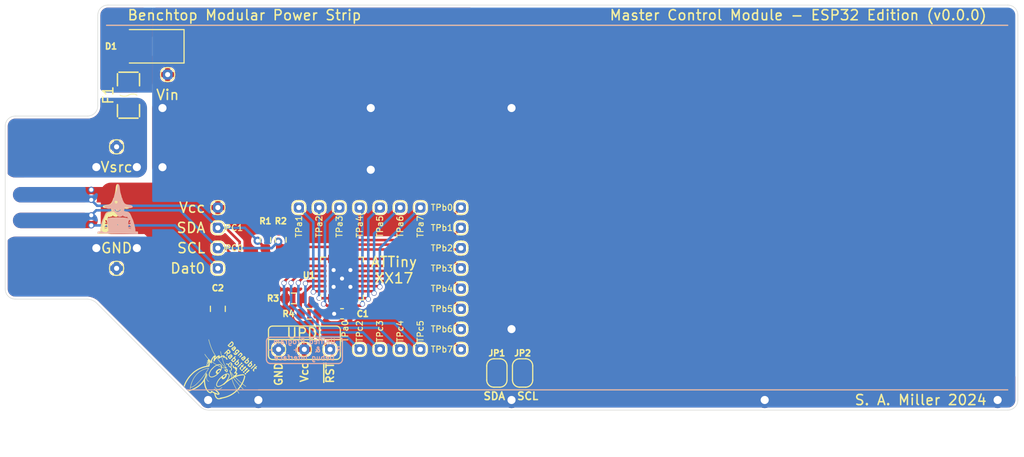
<source format=kicad_pcb>
(kicad_pcb (version 20211014) (generator pcbnew)
  (title_block (title "Benchtop Modular Power Strip") (date "2024") (rev "0.0.0") (company "S. A. Miller") (comment 1 "Master Control Module") (comment 2 "ESP32 Edition"))
  (layers (0 "F.Cu" signal) (31 "B.Cu" signal) (34 "B.Paste" user) (35 "F.Paste" user) (36 "B.SilkS" user "B.Silkscreen") (37 "F.SilkS" user "F.Silkscreen") (38 "B.Mask" user) (39 "F.Mask" user) (44 "Edge.Cuts" user))
  (net 0 "")
  (net 1 "I2C-Vcc")
  (net 2 "GND")
  (net 3 "~{RESET}")
  (net 4 "Dat0")
  (net 5 "SDA")
  (net 6 "SCL")
  (net 7 "PA4")
  (net 8 "PA5")
  (net 9 "PA6")
  (net 10 "PA7")
  (net 11 "PB2")
  (net 12 "PB3")
  (net 13 "PA1")
  (net 14 "PA2")
  (net 15 "PA3")
  (net 16 "PB0")
  (net 17 "PB1")
  (net 18 "PB4")
  (net 19 "PB5")
  (net 20 "PB6")
  (net 21 "PB7")
  (net 22 "PC2")
  (net 23 "PC3")
  (net 24 "PC4")
  (net 25 "PC5")
  (net 26 "Vsrc")
  (net 27 "Vin")
  (net 28 "/ATTinyXX17 Sheet/Vprot")
  (net 29 "/ATTinyXX17 Sheet/PA0")
  (footprint "Capacitor_SMD:C_0805_2012Metric" (layer "F.Cu") (at 71 110 -90)
    (fp_text reference "C2" (at -2.05 0 180) (layer "F.SilkS") (effects (font (size 0.6 0.6))))
    (fp_text value "4.7uF")
    (pad "1" smd roundrect (at -0.95 0 270) (size 1 1.45) (layers "F.Cu" "F.Paste" "F.Mask") (net 1 "I2C-Vcc"))
    (pad "2" smd roundrect (at 0.95 0 270) (size 1 1.45) (layers "F.Cu" "F.Paste" "F.Mask") (net 2 "GND"))
  )
  (footprint "Resistor_SMD:R_0603_1608Metric" (layer "F.Cu") (at 78.486 108.966)
    (fp_text reference "R3" (at -2.032 0) (layer "F.SilkS") (effects (font (size 0.6 0.6))))
    (fp_text value "10k")
    (pad "1" smd roundrect (at -0.825 0) (size 0.8 0.95) (layers "F.Cu" "F.Paste" "F.Mask") (net 1 "I2C-Vcc"))
    (pad "2" smd roundrect (at 0.825 0) (size 0.8 0.95) (layers "F.Cu" "F.Paste" "F.Mask") (net 29 "/ATTinyXX17 Sheet/PA0"))
  )
  (footprint "tinker:TestPoint_THTPad_D1.0mm_Drill0.5mm" (layer "F.Cu") (at 71 106)
    (fp_text reference "TP3" hide)
    (fp_text value "Dat0" hide)
    (pad "1" thru_hole roundrect (at 0 0) (size 1 1) (drill 0.5) (layers *.Cu *.Mask) (roundrect_rratio 0.33) (net 4 "Dat0"))
  )
  (footprint "tinker:TestPoint_THTPad_D1.0mm_Drill0.5mm" (layer "F.Cu") (at 61 94)
    (fp_text reference "TP1" hide)
    (fp_text value "Vsrc" hide)
    (pad "1" thru_hole roundrect (at 0 0) (size 1 1) (drill 0.5) (layers *.Cu *.Mask) (roundrect_rratio 0.33) (net 26 "Vsrc"))
  )
  (footprint "tinker:TestPoint_THTPad_D1.0mm_Drill0.5mm" (layer "F.Cu") (at 89 114 90)
    (fp_text reference "TPc4" (at 0.65 0 90) (layer "F.SilkS") (effects (font (size 0.6 0.6) (thickness 0.1)) (justify left)))
    (fp_text value "CtrlC" hide)
    (pad "1" thru_hole roundrect (at 0 0 90) (size 1 1) (drill 0.5) (layers *.Cu *.Mask) (roundrect_rratio 0.33) (net 24 "PC4"))
  )
  (footprint "Capacitor_SMD:C_0603_1608Metric" (layer "F.Cu") (at 83.26 110.49 180)
    (fp_text reference "C1" (at -2.048 0 180) (layer "F.SilkS") (effects (font (size 0.6 0.6))))
    (fp_text value "100nF")
    (pad "1" smd roundrect (at -0.775 0 180) (size 0.9 0.95) (layers "F.Cu" "F.Paste" "F.Mask") (net 1 "I2C-Vcc"))
    (pad "2" smd roundrect (at 0.775 0 180) (size 0.9 0.95) (layers "F.Cu" "F.Paste" "F.Mask") (net 2 "GND"))
  )
  (footprint "tinker:TestPoint_THTPad_D1.0mm_Drill0.5mm" (layer "F.Cu") (at 95 108)
    (fp_text reference "TPb4" (at -0.73 0) (layer "F.SilkS") (effects (font (size 0.6 0.6) (thickness 0.1)) (justify right)))
    (fp_text value "CtrlB" hide)
    (pad "1" thru_hole roundrect (at 0 0) (size 1 1) (drill 0.5) (layers *.Cu *.Mask) (roundrect_rratio 0.33) (net 18 "PB4"))
  )
  (footprint "tinker:F1206" (layer "F.Cu") (at 62.176 88.9 90)
    (fp_text reference "F1" (at 0 -2 90) (layer "F.SilkS"))
    (fp_text value "Polyfuse" hide)
    (pad "1" smd rect (at -1.45 0 90) (size 1.19 1.73) (layers "F.Cu" "F.Paste" "F.Mask") (net 26 "Vsrc"))
    (pad "2" smd rect (at 1.45 0 90) (size 1.19 1.73) (layers "F.Cu" "F.Paste" "F.Mask") (net 28 "/ATTinyXX17 Sheet/Vprot"))
  )
  (footprint "Resistor_SMD:R_0603_1608Metric" (layer "F.Cu") (at 75.692 103.187 -90)
    (fp_text reference "R1" (at -1.854 0) (layer "F.SilkS") (effects (font (size 0.6 0.6))))
    (fp_text value "10k")
    (pad "1" smd roundrect (at -0.825 0 270) (size 0.8 0.95) (layers "F.Cu" "F.Paste" "F.Mask") (net 1 "I2C-Vcc"))
    (pad "2" smd roundrect (at 0.825 0 270) (size 0.8 0.95) (layers "F.Cu" "F.Paste" "F.Mask") (net 5 "SDA"))
  )
  (footprint "tinker:TestPoint_THTPad_D1.0mm_Drill0.5mm" (layer "F.Cu") (at 81 100 90)
    (fp_text reference "TPa2" (at -0.73 0 90) (layer "F.SilkS") (effects (font (size 0.6 0.6) (thickness 0.1)) (justify right)))
    (fp_text value "CtrlA" hide)
    (pad "1" thru_hole roundrect (at 0 0 90) (size 1 1) (drill 0.5) (layers *.Cu *.Mask) (roundrect_rratio 0.33) (net 14 "PA2"))
  )
  (footprint "tinker:TestPoint_THTPad_D1.0mm_Drill0.5mm" (layer "F.Cu") (at 91 114 90)
    (fp_text reference "TPc5" (at 0.65 0 90) (layer "F.SilkS") (effects (font (size 0.6 0.6) (thickness 0.1)) (justify left)))
    (fp_text value "CtrlC" hide)
    (pad "1" thru_hole roundrect (at 0 0 90) (size 1 1) (drill 0.5) (layers *.Cu *.Mask) (roundrect_rratio 0.33) (net 25 "PC5"))
  )
  (footprint "Resistor_SMD:R_0603_1608Metric" (layer "F.Cu") (at 80.01 110.49)
    (fp_text reference "R4" (at -2.032 0) (layer "F.SilkS") (effects (font (size 0.6 0.6))))
    (fp_text value "330R")
    (pad "1" smd roundrect (at -0.825 0) (size 0.8 0.95) (layers "F.Cu" "F.Paste" "F.Mask") (net 29 "/ATTinyXX17 Sheet/PA0"))
    (pad "2" smd roundrect (at 0.825 0) (size 0.8 0.95) (layers "F.Cu" "F.Paste" "F.Mask") (net 3 "~{RESET}"))
  )
  (footprint "tinker:TestPoint_THTPad_D1.0mm_Drill0.5mm" (layer "F.Cu") (at 85 100 90)
    (fp_text reference "TPa4" (at -0.73 0 90) (layer "F.SilkS") (effects (font (size 0.6 0.6) (thickness 0.1)) (justify right)))
    (fp_text value "CtrlA" hide)
    (pad "1" thru_hole roundrect (at 0 0 90) (size 1 1) (drill 0.5) (layers *.Cu *.Mask) (roundrect_rratio 0.33) (net 7 "PA4"))
  )
  (footprint "tinker:TestPoint_THTPad_D1.0mm_Drill0.5mm" (layer "F.Cu") (at 77 114 90)
    (fp_text reference "TP9" hide)
    (fp_text value "GND" hide)
    (pad "1" thru_hole roundrect (at 0 0 90) (size 1 1) (drill 0.5) (layers *.Cu *.Mask) (roundrect_rratio 0.33) (net 2 "GND"))
  )
  (footprint "tinker:TestPoint_THTPad_D1.0mm_Drill0.5mm" (layer "F.Cu") (at 95 102)
    (fp_text reference "TPb1" (at -0.73 0) (layer "F.SilkS") (effects (font (size 0.6 0.6) (thickness 0.1)) (justify right)))
    (fp_text value "CtrlB" hide)
    (pad "1" thru_hole roundrect (at 0 0) (size 1 1) (drill 0.5) (layers *.Cu *.Mask) (roundrect_rratio 0.33) (net 17 "PB1"))
  )
  (footprint "tinker:TestPoint_THTPad_D1.0mm_Drill0.5mm" (layer "F.Cu") (at 85 114 90)
    (fp_text reference "TPc2" (at 0.65 -0.002 90) (layer "F.SilkS") (effects (font (size 0.6 0.6) (thickness 0.1)) (justify left)))
    (fp_text value "CtrlC" hide)
    (pad "1" thru_hole roundrect (at 0 0 90) (size 1 1) (drill 0.5) (layers *.Cu *.Mask) (roundrect_rratio 0.33) (net 22 "PC2"))
  )
  (footprint "tinker:TestPoint_THTPad_D1.0mm_Drill0.5mm" (layer "F.Cu") (at 91 100 90)
    (fp_text reference "TPa7" (at -0.73 0 90) (layer "F.SilkS") (effects (font (size 0.6 0.6) (thickness 0.1)) (justify right)))
    (fp_text value "CtrlA" hide)
    (pad "1" thru_hole roundrect (at 0 0 90) (size 1 1) (drill 0.5) (layers *.Cu *.Mask) (roundrect_rratio 0.33) (net 10 "PA7"))
  )
  (footprint "Package_DFN_QFN:QFN-24-1EP_4x4mm_P0.5mm_EP2.6x2.6mm" (layer "F.Cu") (at 83.26 107.01 90)
    (fp_text reference "U1" (at 0.33 -3.25 180) (layer "F.SilkS") (effects (font (size 0.6 0.6))))
    (fp_text value "ATtiny1617")
    (pad "1" smd roundrect (at -1.9375 -1.25 90) (size 0.825 0.25) (layers "F.Cu" "F.Paste" "F.Mask") (net 14 "PA2"))
    (pad "2" smd roundrect (at -1.9375 -0.75 90) (size 0.825 0.25) (layers "F.Cu" "F.Paste" "F.Mask") (net 15 "PA3"))
    (pad "3" smd roundrect (at -1.9375 -0.25 90) (size 0.825 0.25) (layers "F.Cu" "F.Paste" "F.Mask") (net 2 "GND"))
    (pad "4" smd roundrect (at -1.9375 0.25 90) (size 0.825 0.25) (layers "F.Cu" "F.Paste" "F.Mask") (net 1 "I2C-Vcc"))
    (pad "5" smd roundrect (at -1.9375 0.75 90) (size 0.825 0.25) (layers "F.Cu" "F.Paste" "F.Mask") (net 7 "PA4"))
    (pad "6" smd roundrect (at -1.9375 1.25 90) (size 0.825 0.25) (layers "F.Cu" "F.Paste" "F.Mask") (net 8 "PA5"))
    (pad "7" smd roundrect (at -1.25 1.9375 90) (size 0.25 0.825) (layers "F.Cu" "F.Paste" "F.Mask") (net 9 "PA6"))
    (pad "8" smd roundrect (at -0.75 1.9375 90) (size 0.25 0.825) (layers "F.Cu" "F.Paste" "F.Mask") (net 10 "PA7"))
    (pad "9" smd roundrect (at -0.25 1.9375 90) (size 0.25 0.825) (layers "F.Cu" "F.Paste" "F.Mask") (net 21 "PB7"))
    (pad "10" smd roundrect (at 0.25 1.9375 90) (size 0.25 0.825) (layers "F.Cu" "F.Paste" "F.Mask") (net 20 "PB6"))
    (pad "11" smd roundrect (at 0.75 1.9375 90) (size 0.25 0.825) (layers "F.Cu" "F.Paste" "F.Mask") (net 19 "PB5"))
    (pad "12" smd roundrect (at 1.25 1.9375 90) (size 0.25 0.825) (layers "F.Cu" "F.Paste" "F.Mask") (net 18 "PB4"))
    (pad "13" smd roundrect (at 1.9375 1.25 90) (size 0.825 0.25) (layers "F.Cu" "F.Paste" "F.Mask") (net 12 "PB3"))
    (pad "14" smd roundrect (at 1.9375 0.75 90) (size 0.825 0.25) (layers "F.Cu" "F.Paste" "F.Mask") (net 11 "PB2"))
    (pad "15" smd roundrect (at 1.9375 0.25 90) (size 0.825 0.25) (layers "F.Cu" "F.Paste" "F.Mask") (net 17 "PB1"))
    (pad "16" smd roundrect (at 1.9375 -0.25 90) (size 0.825 0.25) (layers "F.Cu" "F.Paste" "F.Mask") (net 16 "PB0"))
    (pad "17" smd roundrect (at 1.9375 -0.75 90) (size 0.825 0.25) (layers "F.Cu" "F.Paste" "F.Mask") (net 6 "SCL"))
    (pad "18" smd roundrect (at 1.9375 -1.25 90) (size 0.825 0.25) (layers "F.Cu" "F.Paste" "F.Mask") (net 5 "SDA"))
    (pad "19" smd roundrect (at 1.25 -1.9375 90) (size 0.25 0.825) (layers "F.Cu" "F.Paste" "F.Mask") (net 22 "PC2"))
    (pad "20" smd roundrect (at 0.75 -1.9375 90) (size 0.25 0.825) (layers "F.Cu" "F.Paste" "F.Mask") (net 23 "PC3"))
    (pad "21" smd roundrect (at 0.25 -1.9375 90) (size 0.25 0.825) (layers "F.Cu" "F.Paste" "F.Mask") (net 24 "PC4"))
    (pad "22" smd roundrect (at -0.25 -1.9375 90) (size 0.25 0.825) (layers "F.Cu" "F.Paste" "F.Mask") (net 25 "PC5"))
    (pad "23" smd roundrect (at -0.75 -1.9375 90) (size 0.25 0.825) (layers "F.Cu" "F.Paste" "F.Mask") (net 29 "/ATTinyXX17 Sheet/PA0"))
    (pad "24" smd roundrect (at -1.25 -1.9375 90) (size 0.25 0.825) (layers "F.Cu" "F.Paste" "F.Mask") (net 13 "PA1"))
    (pad "25" smd rect (at 0 0 90) (size 2.6 2.6) (layers "F.Cu" "F.Mask") (net 2 "GND"))
  )
  (footprint "tinker:NerdMage" (layer "F.Cu") (at 61.11668 100.076)
    (fp_text reference "G***" hide)
    (fp_text value "LOGO" hide)
  )
  (footprint "tinker:TestPoint_THTPad_D1.0mm_Drill0.5mm" (layer "F.Cu") (at 61 106)
    (fp_text reference "TP2" hide)
    (fp_text value "GND" hide)
    (pad "1" thru_hole roundrect (at 0 0) (size 1 1) (drill 0.5) (layers *.Cu *.Mask) (roundrect_rratio 0.33) (net 2 "GND"))
  )
  (footprint "Jumper:SolderJumper-2_P1.3mm_Open_RoundedPad1.0x1.5mm" (layer "F.Cu") (at 101.092 116.332 90)
    (fp_text reference "JP2" (at 1.957605 0) (layer "F.SilkS") (effects (font (size 0.6 0.6))))
    (fp_text value "SolderJumper_2_Open")
    (pad "1" smd custom (at -0.65 0 90) (size 1 0.5) (layers "F.Cu" "F.Mask") (net 6 "SCL") (options (clearance outline) (anchor rect)) (primitives (gr_circle (center 0 0.25) (end 0.5 0.25) (width 0) (fill yes)) (gr_circle (center 0 -0.25) (end 0.5 -0.25) (width 0) (fill yes)) (gr_poly (pts (xy 0.5 0.75) (xy 0 0.75) (xy 0 -0.75) (xy 0.5 -0.75)) (width 0) (fill yes))))
    (pad "2" smd custom (at 0.65 0 90) (size 1 0.5) (layers "F.Cu" "F.Mask") (options (clearance outline) (anchor rect)) (primitives (gr_circle (center 0 0.25) (end 0.5 0.25) (width 0) (fill yes)) (gr_circle (center 0 -0.25) (end 0.5 -0.25) (width 0) (fill yes)) (gr_poly (pts (xy 0 0.75) (xy -0.5 0.75) (xy -0.5 -0.75) (xy 0 -0.75)) (width 0) (fill yes))))
  )
  (footprint "tinker:TestPoint_THTPad_D1.0mm_Drill0.5mm" (layer "F.Cu") (at 95 110)
    (fp_text reference "TPb5" (at -0.73 0) (layer "F.SilkS") (effects (font (size 0.6 0.6) (thickness 0.1)) (justify right)))
    (fp_text value "CtrlB" hide)
    (pad "1" thru_hole roundrect (at 0 0) (size 1 1) (drill 0.5) (layers *.Cu *.Mask) (roundrect_rratio 0.33) (net 19 "PB5"))
  )
  (footprint "tinker:TestPoint_THTPad_D1.0mm_Drill0.5mm" (layer "F.Cu") (at 66.04 86.868)
    (fp_text reference "TP7" hide)
    (fp_text value "Vin" hide)
    (pad "1" thru_hole roundrect (at 0 0) (size 1 1) (drill 0.5) (layers *.Cu *.Mask) (roundrect_rratio 0.33) (net 27 "Vin"))
  )
  (footprint "tinker:DagNabbit" (layer "F.Cu") (at 71.04 116.6 135)
    (fp_text reference "REF**" hide)
    (fp_text value "DagNabbit" hide)
    (fp_text user "Dagnabbit\nRabbit!!!" (at -0.331667 2.64 -45 unlocked) (layer "F.SilkS") (effects (font (size 0.5 0.5) (thickness 0.1))))
  )
  (footprint "tinker:TestPoint_THTPad_D1.0mm_Drill0.5mm" (layer "F.Cu") (at 82.08 114 90)
    (fp_text reference "TPa0" (at 0.65 1.486 90) (layer "F.SilkS") (effects (font (size 0.6 0.6) (thickness 0.1)) (justify left)))
    (fp_text value "~{RESET}" hide)
    (pad "1" thru_hole roundrect (at 0 0 90) (size 1 1) (drill 0.5) (layers *.Cu *.Mask) (roundrect_rratio 0.33) (net 3 "~{RESET}"))
  )
  (footprint "tinker:TestPoint_THTPad_D1.0mm_Drill0.5mm" (layer "F.Cu") (at 89 100 90)
    (fp_text reference "TPa6" (at -0.73 0 90) (layer "F.SilkS") (effects (font (size 0.6 0.6) (thickness 0.1)) (justify right)))
    (fp_text value "CtrlA" hide)
    (pad "1" thru_hole roundrect (at 0 0 90) (size 1 1) (drill 0.5) (layers *.Cu *.Mask) (roundrect_rratio 0.33) (net 9 "PA6"))
  )
  (footprint "tinker:TestPoint_THTPad_D1.0mm_Drill0.5mm" (layer "F.Cu") (at 79 100 90)
    (fp_text reference "TPa1" (at -0.73 0 90) (layer "F.SilkS") (effects (font (size 0.6 0.6) (thickness 0.1)) (justify right)))
    (fp_text value "CtrlA" hide)
    (pad "1" thru_hole roundrect (at 0 0 90) (size 1 1) (drill 0.5) (layers *.Cu *.Mask) (roundrect_rratio 0.33) (net 13 "PA1"))
  )
  (footprint "tinker:TestPoint_THTPad_D1.0mm_Drill0.5mm" (layer "F.Cu") (at 95 104)
    (fp_text reference "TPb2" (at -0.73 0) (layer "F.SilkS") (effects (font (size 0.6 0.6) (thickness 0.1)) (justify right)))
    (fp_text value "CtrlB" hide)
    (pad "1" thru_hole roundrect (at 0 0) (size 1 1) (drill 0.5) (layers *.Cu *.Mask) (roundrect_rratio 0.33) (net 11 "PB2"))
  )
  (footprint "tinker:TestPoint_THTPad_D1.0mm_Drill0.5mm" (layer "F.Cu") (at 71 104)
    (fp_text reference "TP6" hide)
    (fp_text value "Dat3" hide)
    (pad "1" thru_hole roundrect (at 0 0) (size 1 1) (drill 0.5) (layers *.Cu *.Mask) (roundrect_rratio 0.33) (net 6 "SCL"))
  )
  (footprint "tinker:TestPoint_THTPad_D1.0mm_Drill0.5mm" (layer "F.Cu") (at 79.54 114 90)
    (fp_text reference "TP8" hide)
    (fp_text value "I2C-Vcc" hide)
    (pad "1" thru_hole roundrect (at 0 0 90) (size 1 1) (drill 0.5) (layers *.Cu *.Mask) (roundrect_rratio 0.33) (net 1 "I2C-Vcc"))
  )
  (footprint "Resistor_SMD:R_0603_1608Metric" (layer "F.Cu") (at 77.216 103.187 -90)
    (fp_text reference "R2" (at -1.854 0) (layer "F.SilkS") (effects (font (size 0.6 0.6))))
    (fp_text value "10k")
    (pad "1" smd roundrect (at -0.825 0 270) (size 0.8 0.95) (layers "F.Cu" "F.Paste" "F.Mask") (net 1 "I2C-Vcc"))
    (pad "2" smd roundrect (at 0.825 0 270) (size 0.8 0.95) (layers "F.Cu" "F.Paste" "F.Mask") (net 6 "SCL"))
  )
  (footprint "tinker:TestPoint_THTPad_D1.0mm_Drill0.5mm" (layer "F.Cu") (at 87 100 90)
    (fp_text reference "TPa5" (at -0.73 0 90) (layer "F.SilkS") (effects (font (size 0.6 0.6) (thickness 0.1)) (justify right)))
    (fp_text value "CtrlA" hide)
    (pad "1" thru_hole roundrect (at 0 0 90) (size 1 1) (drill 0.5) (layers *.Cu *.Mask) (roundrect_rratio 0.33) (net 8 "PA5"))
  )
  (footprint "tinker:TestPoint_THTPad_D1.0mm_Drill0.5mm" (layer "F.Cu") (at 95 114)
    (fp_text reference "TPb7" (at -0.73 0) (layer "F.SilkS") (effects (font (size 0.6 0.6) (thickness 0.1)) (justify right)))
    (fp_text value "CtrlB" hide)
    (pad "1" thru_hole roundrect (at 0 0) (size 1 1) (drill 0.5) (layers *.Cu *.Mask) (roundrect_rratio 0.33) (net 21 "PB7"))
  )
  (footprint "tinker:TestPoint_THTPad_D1.0mm_Drill0.5mm" (layer "F.Cu") (at 95 100)
    (fp_text reference "TPb0" (at -0.73 0) (layer "F.SilkS") (effects (font (size 0.6 0.6) (thickness 0.1)) (justify right)))
    (fp_text value "CtrlB" hide)
    (pad "1" thru_hole roundrect (at 0 0) (size 1 1) (drill 0.5) (layers *.Cu *.Mask) (roundrect_rratio 0.33) (net 16 "PB0"))
  )
  (footprint "Diode_SMD:D_SMA" (layer "F.Cu") (at 64.262 84.074 180)
    (fp_text reference "D1" (at 3.81 0) (layer "F.SilkS") (effects (font (size 0.6 0.6))))
    (fp_text value "D_Schottky")
    (pad "1" smd rect (at -2 0 180) (size 2.5 1.8) (layers "F.Cu" "F.Paste" "F.Mask") (net 27 "Vin"))
    (pad "2" smd rect (at 2 0 180) (size 2.5 1.8) (layers "F.Cu" "F.Paste" "F.Mask") (net 28 "/ATTinyXX17 Sheet/Vprot"))
  )
  (footprint "tinker:TestPoint_THTPad_D1.0mm_Drill0.5mm" (layer "F.Cu") (at 95 106)
    (fp_text reference "TPb3" (at -0.73 0) (layer "F.SilkS") (effects (font (size 0.6 0.6) (thickness 0.1)) (justify right)))
    (fp_text value "CtrlB" hide)
    (pad "1" thru_hole roundrect (at 0 0) (size 1 1) (drill 0.5) (layers *.Cu *.Mask) (roundrect_rratio 0.33) (net 12 "PB3"))
  )
  (footprint "tinker:TestPoint_THTPad_D1.0mm_Drill0.5mm" (layer "F.Cu") (at 87 114 90)
    (fp_text reference "TPc3" (at 0.65 0 90) (layer "F.SilkS") (effects (font (size 0.6 0.6) (thickness 0.1)) (justify left)))
    (fp_text value "CtrlC" hide)
    (pad "1" thru_hole roundrect (at 0 0 90) (size 1 1) (drill 0.5) (layers *.Cu *.Mask) (roundrect_rratio 0.33) (net 23 "PC3"))
  )
  (footprint "Jumper:SolderJumper-2_P1.3mm_Open_RoundedPad1.0x1.5mm" (layer "F.Cu") (at 98.552 116.332 90)
    (fp_text reference "JP1" (at 1.957605 0) (layer "F.SilkS") (effects (font (size 0.6 0.6))))
    (fp_text value "SolderJumper_2_Open")
    (pad "1" smd custom (at -0.65 0 90) (size 1 0.5) (layers "F.Cu" "F.Mask") (net 5 "SDA") (options (clearance outline) (anchor rect)) (primitives (gr_circle (center 0 0.25) (end 0.5 0.25) (width 0) (fill yes)) (gr_circle (center 0 -0.25) (end 0.5 -0.25) (width 0) (fill yes)) (gr_poly (pts (xy 0.5 0.75) (xy 0 0.75) (xy 0 -0.75) (xy 0.5 -0.75)) (width 0) (fill yes))))
    (pad "2" smd custom (at 0.65 0 90) (size 1 0.5) (layers "F.Cu" "F.Mask") (options (clearance outline) (anchor rect)) (primitives (gr_circle (center 0 0.25) (end 0.5 0.25) (width 0) (fill yes)) (gr_circle (center 0 -0.25) (end 0.5 -0.25) (width 0) (fill yes)) (gr_poly (pts (xy 0 0.75) (xy -0.5 0.75) (xy -0.5 -0.75) (xy 0 -0.75)) (width 0) (fill yes))))
  )
  (footprint "tinker:TestPoint_THTPad_D1.0mm_Drill0.5mm" (layer "F.Cu") (at 83 100 90)
    (fp_text reference "TPa3" (at -0.73 0 90) (layer "F.SilkS") (effects (font (size 0.6 0.6) (thickness 0.1)) (justify right)))
    (fp_text value "CtrlA" hide)
    (pad "1" thru_hole roundrect (at 0 0 90) (size 1 1) (drill 0.5) (layers *.Cu *.Mask) (roundrect_rratio 0.33) (net 15 "PA3"))
  )
  (footprint "tinker:TestPoint_THTPad_D1.0mm_Drill0.5mm" (layer "F.Cu") (at 71 100)
    (fp_text reference "TP4" hide)
    (fp_text value "Dat1" hide)
    (pad "1" thru_hole roundrect (at 0 0) (size 1 1) (drill 0.5) (layers *.Cu *.Mask) (roundrect_rratio 0.33) (net 1 "I2C-Vcc"))
  )
  (footprint "tinker:TestPoint_THTPad_D1.0mm_Drill0.5mm" (layer "F.Cu") (at 71 102)
    (fp_text reference "TP5" hide)
    (fp_text value "Dat2" hide)
    (pad "1" thru_hole roundrect (at 0 0) (size 1 1) (drill 0.5) (layers *.Cu *.Mask) (roundrect_rratio 0.33) (net 5 "SDA"))
  )
  (footprint "tinker:TestPoint_THTPad_D1.0mm_Drill0.5mm" (layer "F.Cu") (at 95 112)
    (fp_text reference "TPb6" (at -0.73 0) (layer "F.SilkS") (effects (font (size 0.6 0.6) (thickness 0.1)) (justify right)))
    (fp_text value "CtrlB" hide)
    (pad "1" thru_hole roundrect (at 0 0) (size 1 1) (drill 0.5) (layers *.Cu *.Mask) (roundrect_rratio 0.33) (net 20 "PB6"))
  )
  (footprint "tinker:NerdMage" (layer "B.Cu") (at 61.11668 100.076 180)
    (fp_text reference "G***" hide)
    (fp_text value "LOGO" hide)
  )
  (gr_arc (start 75.8 113.2) (mid 75.917157 112.917157) (end 76.2 112.8) (layer "B.SilkS") (width 0.12))
  (gr_line (start 68 118) (end 149 118) (layer "B.SilkS") (width 0.1))
  (gr_arc (start 83.3 115) (mid 83.182843 115.282843) (end 82.9 115.4) (layer "B.SilkS") (width 0.12))
  (gr_line (start 76.2 115.4) (end 82.9 115.4) (layer "B.SilkS") (width 0.12))
  (gr_line (start 83.3 113.2) (end 83.3 115) (layer "B.SilkS") (width 0.12))
  (gr_line (start 60 82) (end 149 82) (layer "B.SilkS") (width 0.1))
  (gr_arc (start 76.2 115.4) (mid 75.917157 115.282843) (end 75.8 115) (layer "B.SilkS") (width 0.12))
  (gr_arc (start 82.9 112.8) (mid 83.182843 112.917157) (end 83.3 113.2) (layer "B.SilkS") (width 0.12))
  (gr_line (start 82.9 112.8) (end 76.2 112.8) (layer "B.SilkS") (width 0.12))
  (gr_line (start 75.8 113.2) (end 75.8 115) (layer "B.SilkS") (width 0.12))
  (gr_line (start 76 112.1) (end 76 113.03) (layer "F.SilkS") (width 0.12))
  (gr_line (start 82.7 111.7) (end 76.4 111.7) (layer "F.SilkS") (width 0.12))
  (gr_line (start 76.4 115) (end 82.7 115) (layer "F.SilkS") (width 0.12))
  (gr_line (start 76 113.03) (end 76 114.6) (layer "F.SilkS") (width 0.12))
  (gr_line (start 60 82) (end 149 82) (layer "F.SilkS") (width 0.1))
  (gr_arc (start 82.7 111.7) (mid 82.982843 111.817157) (end 83.1 112.1) (layer "F.SilkS") (width 0.12))
  (gr_line (start 75 118) (end 149 118) (layer "F.SilkS") (width 0.1))
  (gr_line (start 83.1 114.6) (end 83.1 113.03) (layer "F.SilkS") (width 0.12))
  (gr_arc (start 76 112.1) (mid 76.117157 111.817157) (end 76.4 111.7) (layer "F.SilkS") (width 0.12))
  (gr_arc (start 76.4 115) (mid 76.117157 114.882843) (end 76 114.6) (layer "F.SilkS") (width 0.12))
  (gr_arc (start 83.1 114.6) (mid 82.982843 114.882843) (end 82.7 115) (layer "F.SilkS") (width 0.12))
  (gr_line (start 83.1 113.03) (end 76 113.03) (layer "F.SilkS") (width 0.12))
  (gr_line (start 83.1 113.03) (end 83.1 112.1) (layer "F.SilkS") (width 0.12))
  (gr_line (start 59.144 109.548) (end 69.144 119.548) (layer "Edge.Cuts") (width 0.05))
  (gr_arc (start 149 80) (mid 149.707107 80.292893) (end 150 81) (layer "Edge.Cuts") (width 0.05))
  (gr_arc (start 50 91.96) (mid 50.292893 91.252893) (end 51 90.96) (layer "Edge.Cuts") (width 0.05))
  (gr_line (start 50 108.04) (end 50 91.96) (layer "Edge.Cuts") (width 0.05))
  (gr_line (start 60.144 80) (end 149 80) (layer "Edge.Cuts") (width 0.05))
  (gr_arc (start 58.144 109.04) (mid 58.694524 109.194544) (end 59.144 109.548) (layer "Edge.Cuts") (width 0.05))
  (gr_line (start 59.144 81) (end 59.144 89.96) (layer "Edge.Cuts") (width 0.05))
  (gr_arc (start 59.144 81) (mid 59.436893 80.292893) (end 60.144 80) (layer "Edge.Cuts") (width 0.05))
  (gr_arc (start 150 119) (mid 149.707107 119.707107) (end 149 120) (layer "Edge.Cuts") (width 0.05))
  (gr_arc (start 70.144 120) (mid 69.594859 119.882718) (end 69.144 119.548) (layer "Edge.Cuts") (width 0.05))
  (gr_line (start 150 119) (end 150 81) (layer "Edge.Cuts") (width 0.05))
  (gr_line (start 51 90.96) (end 58.144 90.96) (layer "Edge.Cuts") (width 0.05))
  (gr_arc (start 51 109.04) (mid 50.292893 108.747107) (end 50 108.04) (layer "Edge.Cuts") (width 0.05))
  (gr_arc (start 59.144 89.96) (mid 58.851107 90.667107) (end 58.144 90.96) (layer "Edge.Cuts") (width 0.05))
  (gr_line (start 58.144 109.04) (end 51 109.04) (layer "Edge.Cuts") (width 0.05))
  (gr_line (start 149 120) (end 70.144 120) (layer "Edge.Cuts") (width 0.05))
  (gr_text "  Unified Program  \n R    &    +     - \n  Debug Interface  " (at 79.54 114.025) (layer "B.SilkS") (effects (font (size 0.5 0.5) (thickness 0.1)) (justify mirror)))
  (gr_text "${TITLE}" (at 62 81) (layer "F.SilkS") (effects (font (size 1 1)) (justify left)))
  (gr_text "${COMMENT1} - ${COMMENT2} (v${REVISION})" (at 147 81) (layer "F.SilkS") (effects (font (size 1 1)) (justify right)))
  (gr_text "GND" (at 77 115.2 90) (layer "F.SilkS") (effects (font (size 0.75 0.75)) (justify right)))
  (gr_text "Vin" (at 66.04 88.868) (layer "F.SilkS") (effects (font (size 1 1))))
  (gr_text "SCL" (at 69.85 104) (layer "F.SilkS") (effects (font (size 1 1)) (justify right)))
  (gr_text "~{RST}" (at 82.08 115.2 90) (layer "F.SilkS") (effects (font (size 0.75 0.75)) (justify right)))
  (gr_text "Vcc" (at 69.85 100) (layer "F.SilkS") (effects (font (size 1 1)) (justify right)))
  (gr_text "PC1" (at 71.65 102) (layer "F.SilkS") (effects (font (size 0.6 0.6) (thickness 0.1)) (justify left)))
  (gr_text "SDA" (at 69.85 102) (layer "F.SilkS") (effects (font (size 1 1)) (justify right)))
  (gr_text "Vsrc" (at 61 96) (layer "F.SilkS") (effects (font (size 1 1))))
  (gr_text "UPDI" (at 79.54 112.4) (layer "F.SilkS") (effects (font (size 1 1))))
  (gr_text "Vcc" (at 79.54 115.2 90) (layer "F.SilkS") (effects (font (size 0.75 0.75)) (justify right)))
  (gr_text "SDA" (at 98.298 118.618) (layer "F.SilkS") (effects (font (size 0.75 0.75))))
  (gr_text "SCL" (at 101.6 118.618) (layer "F.SilkS") (effects (font (size 0.75 0.75))))
  (gr_text "Dat0" (at 69.85 106) (layer "F.SilkS") (effects (font (size 1 1)) (justify right)))
  (gr_text "ATTiny\nXX17" (at 88.392 106.172) (layer "F.SilkS") (effects (font (size 1 1))))
  (gr_text "${COMPANY} ${ISSUE_DATE}" (at 147 119) (layer "F.SilkS") (effects (font (size 1 1)) (justify right)))
  (gr_text "GND" (at 61 104) (layer "F.SilkS") (effects (font (size 1 1))))
  (gr_text "PC0" (at 71.65 104) (layer "F.SilkS") (effects (font (size 0.6 0.6) (thickness 0.1)) (justify left)))
  (segment (start 83.51 108.9475) (end 83.51 109.965) (width 0.25) (layer "F.Cu") (net 1))
  (segment (start 83.51 109.965) (end 84.035 110.49) (width 0.25) (layer "F.Cu") (net 1))
  (via (at 58.5 98.24) (size 0.6) (drill 0.4) (layers "F.Cu" "B.Cu") (net 1))
  (segment (start 82.485 110.49) (end 83.01 109.965) (width 0.25) (layer "F.Cu") (net 2))
  (segment (start 83.01 109.965) (end 83.01 108.9475) (width 0.25) (layer "F.Cu") (net 2))
  (via (at 70.04 119) (size 1.6) (drill 0.8) (layers "F.Cu" "B.Cu") (net 2))
  (via (at 75 119) (size 1.6) (drill 0.8) (layers "F.Cu" "B.Cu") (net 2))
  (via (at 65.532 96.012) (size 1.6) (drill 0.8) (layers "F.Cu" "B.Cu") (net 2))
  (via (at 86.1 90.17) (size 1.6) (drill 0.8) (layers "F.Cu" "B.Cu") (net 2))
  (via (at 65.532 90.17) (size 1.6) (drill 0.8) (layers "F.Cu" "B.Cu") (net 2))
  (via (at 63 104) (size 1.6) (drill 0.8) (layers "F.Cu" "B.Cu") (net 2))
  (via (at 148 119) (size 1.6) (drill 0.8) (layers "F.Cu" "B.Cu") (net 2))
  (via (at 86.1 96.266) (size 1.6) (drill 0.8) (layers "F.Cu" "B.Cu") (net 2))
  (via (at 84.089 106.172) (size 0.8) (drill 0.4) (layers "F.Cu" "B.Cu") (net 2))
  (via (at 84.089 107.83) (size 0.8) (drill 0.4) (layers "F.Cu" "B.Cu") (net 2))
  (via (at 100 112) (size 1.6) (drill 0.8) (layers "F.Cu" "B.Cu") (net 2))
  (via (at 100 119) (size 1.6) (drill 0.8) (layers "F.Cu" "B.Cu") (net 2))
  (via (at 59 104) (size 1.6) (drill 0.8) (layers "F.Cu" "B.Cu") (net 2))
  (via (at 82.485 110.49) (size 0.8) (drill 0.4) (layers "F.Cu" "B.Cu") (net 2))
  (via (at 82.431 106.172) (size 0.8) (drill 0.4) (layers "F.Cu" "B.Cu") (net 2))
  (via (at 100 90.17) (size 1.6) (drill 0.8) (layers "F.Cu" "B.Cu") (net 2))
  (via (at 125 119) (size 1.6) (drill 0.8) (layers "F.Cu" "B.Cu") (net 2))
  (via (at 83.26 107.01) (size 0.8) (drill 0.4) (layers "F.Cu" "B.Cu") (net 2))
  (via (at 82.431 107.83) (size 0.8) (drill 0.4) (layers "F.Cu" "B.Cu") (net 2))
  (segment (start 80.835 110.49) (end 80.835 112.755) (width 0.25) (layer "F.Cu") (net 3))
  (segment (start 80.835 112.755) (end 82.08 114) (width 0.25) (layer "F.Cu") (net 3))
  (via (at 58.5 101.76) (size 0.6) (drill 0.4) (layers "F.Cu" "B.Cu") (net 4))
  (segment (start 66.76 101.76) (end 58.5 101.76) (width 0.25) (layer "B.Cu") (net 4))
  (segment (start 71 106) (end 66.76 101.76) (width 0.25) (layer "B.Cu") (net 4))
  (segment (start 73.152 112.268) (end 73.152 103.378) (width 0.25) (layer "F.Cu") (net 5))
  (segment (start 74.93 103.2755) (end 74.9555 103.2755) (width 0.25) (layer "F.Cu") (net 5))
  (segment (start 78.29 117.406) (end 73.152 112.268) (width 0.25) (layer "F.Cu") (net 5))
  (segment (start 71.774 102) (end 71 102) (width 0.25) (layer "F.Cu") (net 5))
  (segment (start 98.552 116.982) (end 98.128 117.406) (width 0.25) (layer "F.Cu") (net 5))
  (segment (start 75.692 104.012) (end 76.7525 105.0725) (width 0.25) (layer "F.Cu") (net 5))
  (segment (start 74.9555 103.2755) (end 75.692 104.012) (width 0.25) (layer "F.Cu") (net 5))
  (segment (start 98.128 117.406) (end 78.29 117.406) (width 0.25) (layer "F.Cu") (net 5))
  (segment (start 76.7525 105.0725) (end 82.01 105.0725) (width 0.25) (layer "F.Cu") (net 5))
  (segment (start 73.152 103.378) (end 71.774 102) (width 0.25) (layer "F.Cu") (net 5))
  (via (at 58.5 99.24) (size 0.6) (drill 0.4) (layers "F.Cu" "B.Cu") (net 5))
  (via (at 74.93 103.2755) (size 0.8) (drill 0.4) (layers "F.Cu" "B.Cu") (net 5))
  (segment (start 59.082 99.822) (end 63.5 99.822) (width 0.25) (layer "B.Cu") (net 5))
  (segment (start 73.6545 102) (end 71 102) (width 0.25) (layer "B.Cu") (net 5))
  (segment (start 71 102) (end 68.822 99.822) (width 0.25) (layer "B.Cu") (net 5))
  (segment (start 68.822 99.822) (end 63.5 99.822) (width 0.25) (layer "B.Cu") (net 5))
  (segment (start 74.93 103.2755) (end 73.6545 102) (width 0.25) (layer "B.Cu") (net 5))
  (segment (start 58.5 99.24) (end 59.082 99.822) (width 0.25) (layer "B.Cu") (net 5))
  (segment (start 101.092 116.982) (end 100.218 117.856) (width 0.25) (layer "F.Cu") (net 6))
  (segment (start 72.702 104.96) (end 71.742 104) (width 0.25) (layer "F.Cu") (net 6))
  (segment (start 77.4865 103.886) (end 82.296 103.886) (width 0.25) (layer "F.Cu") (net 6))
  (segment (start 76.962 103.3615) (end 77.4865 103.886) (width 0.25) (layer "F.Cu") (net 6))
  (segment (start 72.702 112.454396) (end 72.702 104.96) (width 0.25) (layer "F.Cu") (net 6))
  (segment (start 82.51 104.1) (end 82.51 105.0725) (width 0.25) (layer "F.Cu") (net 6))
  (segment (start 100.218 117.856) (end 78.103604 117.856) (width 0.25) (layer "F.Cu") (net 6))
  (segment (start 78.103604 117.856) (end 72.702 112.454396) (width 0.25) (layer "F.Cu") (net 6))
  (segment (start 71.742 104) (end 71 104) (width 0.25) (layer "F.Cu") (net 6))
  (segment (start 82.296 103.886) (end 82.51 104.1) (width 0.25) (layer "F.Cu") (net 6))
  (via (at 76.962 103.3615) (size 0.8) (drill 0.4) (layers "F.Cu" "B.Cu") (net 6))
  (via (at 58.5 100.76) (size 0.6) (drill 0.4) (layers "F.Cu" "B.Cu") (net 6))
  (segment (start 58.988 100.272) (end 58.5 100.76) (width 0.25) (layer "B.Cu") (net 6))
  (segment (start 76.962 103.3615) (end 76.3235 104) (width 0.25) (layer "B.Cu") (net 6))
  (segment (start 67.272 100.272) (end 58.988 100.272) (width 0.25) (layer "B.Cu") (net 6))
  (segment (start 71 104) (end 67.272 100.272) (width 0.25) (layer "B.Cu") (net 6))
  (segment (start 76.3235 104) (end 71 104) (width 0.25) (layer "B.Cu") (net 6))
  (segment (start 85.114 109.685) (end 84.286992 109.685) (width 0.25) (layer "F.Cu") (net 7))
  (segment (start 84.286992 109.685) (end 84.01 109.408008) (width 0.25) (layer "F.Cu") (net 7))
  (segment (start 84.01 109.408008) (end 84.01 108.9475) (width 0.25) (layer "F.Cu") (net 7))
  (segment (start 85.277 109.522) (end 85.114 109.685) (width 0.25) (layer "F.Cu") (net 7))
  (via (at 85.277 109.522) (size 0.5) (drill 0.4) (layers "F.Cu" "B.Cu") (net 7))
  (segment (start 85.277 100.277) (end 85 100) (width 0.25) (layer "B.Cu") (net 7))
  (segment (start 85.277 109.522) (end 85.277 100.277) (width 0.25) (layer "B.Cu") (net 7))
  (segment (start 85.7575 108.9475) (end 84.51 108.9475) (width 0.25) (layer "F.Cu") (net 8))
  (segment (start 85.852 109.042) (end 85.7575 108.9475) (width 0.25) (layer "F.Cu") (net 8))
  (via (at 85.852 109.042) (size 0.5) (drill 0.4) (layers "F.Cu" "B.Cu") (net 8))
  (segment (start 85.852 109.042) (end 85.852 101.148) (width 0.25) (layer "B.Cu") (net 8))
  (segment (start 85.852 101.148) (end 87 100) (width 0.25) (layer "B.Cu") (net 8))
  (segment (start 86.4265 108.458) (end 86.2285 108.26) (width 0.25) (layer "F.Cu") (net 9))
  (segment (start 86.2285 108.26) (end 85.1975 108.26) (width 0.25) (layer "F.Cu") (net 9))
  (via (at 86.4265 108.458) (size 0.5) (drill 0.4) (layers "F.Cu" "B.Cu") (net 9))
  (segment (start 86.4265 108.458) (end 86.4265 102.5735) (width 0.25) (layer "B.Cu") (net 9))
  (segment (start 86.4265 102.5735) (end 89 100) (width 0.25) (layer "B.Cu") (net 9))
  (segment (start 86.9265 107.76) (end 85.1975 107.76) (width 0.25) (layer "F.Cu") (net 10))
  (segment (start 87.001 107.8345) (end 86.9265 107.76) (width 0.25) (layer "F.Cu") (net 10))
  (via (at 87.001 107.8345) (size 0.5) (drill 0.4) (layers "F.Cu" "B.Cu") (net 10))
  (segment (start 87.001 103.999) (end 91 100) (width 0.25) (layer "B.Cu") (net 10))
  (segment (start 87.001 107.8345) (end 87.001 103.999) (width 0.25) (layer "B.Cu") (net 10))
  (segment (start 84.614 104.14) (end 84.582 104.108) (width 0.25) (layer "F.Cu") (net 11))
  (segment (start 84.582 104.108) (end 84.384 104.108) (width 0.25) (layer "F.Cu") (net 11))
  (segment (start 84.01 104.482) (end 84.01 105.0725) (width 0.25) (layer "F.Cu") (net 11))
  (segment (start 94.86 104.14) (end 84.614 104.14) (width 0.25) (layer "F.Cu") (net 11))
  (segment (start 84.384 104.108) (end 84.01 104.482) (width 0.25) (layer "F.Cu") (net 11))
  (segment (start 95 104) (end 94.86 104.14) (width 0.25) (layer "F.Cu") (net 11))
  (segment (start 95 106) (end 94.0725 105.0725) (width 0.25) (layer "F.Cu") (net 12))
  (segment (start 94.0725 105.0725) (end 84.51 105.0725) (width 0.25) (layer "F.Cu") (net 12))
  (segment (start 80.5 108.26) (end 81.3225 108.26) (width 0.25) (layer "F.Cu") (net 13))
  (segment (start 80.4255 108.3345) (end 80.5 108.26) (width 0.25) (layer "F.Cu") (net 13))
  (via (at 80.4255 108.3345) (size 0.5) (drill 0.4) (layers "F.Cu" "B.Cu") (net 13))
  (segment (start 80.4255 108.3345) (end 80.4255 101.4255) (width 0.25) (layer "B.Cu") (net 13))
  (segment (start 80.4255 101.4255) (end 79 100) (width 0.25) (layer "B.Cu") (net 13))
  (segment (start 80.998557 108.9475) (end 82.01 108.9475) (width 0.25) (layer "F.Cu") (net 14))
  (via (at 80.998557 108.9475) (size 0.5) (drill 0.4) (layers "F.Cu" "B.Cu") (net 14))
  (segment (start 80.998557 108.9475) (end 81 108.946057) (width 0.25) (layer "B.Cu") (net 14))
  (segment (start 81 108.946057) (end 81 100) (width 0.25) (layer "B.Cu") (net 14))
  (segment (start 81.786992 109.685) (end 82.233008 109.685) (width 0.25) (layer "F.Cu") (net 15))
  (segment (start 81.4355 109.522) (end 81.623992 109.522) (width 0.25) (layer "F.Cu") (net 15))
  (segment (start 81.623992 109.522) (end 81.786992 109.685) (width 0.25) (layer "F.Cu") (net 15))
  (segment (start 82.51 109.408008) (end 82.51 108.9475) (width 0.25) (layer "F.Cu") (net 15))
  (segment (start 82.233008 109.685) (end 82.51 109.408008) (width 0.25) (layer "F.Cu") (net 15))
  (via (at 81.4355 109.522) (size 0.5) (drill 0.4) (layers "F.Cu" "B.Cu") (net 15))
  (segment (start 81.573057 101.426943) (end 83 100) (width 0.25) (layer "B.Cu") (net 15))
  (segment (start 81.573057 109.384443) (end 81.573057 101.426943) (width 0.25) (layer "B.Cu") (net 15))
  (segment (start 81.4355 109.522) (end 81.573057 109.384443) (width 0.25) (layer "B.Cu") (net 15))
  (segment (start 83.01 104.209208) (end 83.01 105.0725) (width 0.25) (layer "F.Cu") (net 16))
  (segment (start 84.011208 103.208) (end 83.01 104.209208) (width 0.25) (layer "F.Cu") (net 16))
  (segment (start 95 100) (end 91.792 103.208) (width 0.25) (layer "F.Cu") (net 16))
  (segment (start 91.792 103.208) (end 84.011208 103.208) (width 0.25) (layer "F.Cu") (net 16))
  (segment (start 84.197604 103.658) (end 83.51 104.345604) (width 0.25) (layer "F.Cu") (net 17))
  (segment (start 93.342 103.658) (end 84.197604 103.658) (width 0.25) (layer "F.Cu") (net 17))
  (segment (start 95 102) (end 93.342 103.658) (width 0.25) (layer "F.Cu") (net 17))
  (segment (start 83.51 104.345604) (end 83.51 105.0725) (width 0.25) (layer "F.Cu") (net 17))
  (segment (start 92.76 105.76) (end 85.1975 105.76) (width 0.25) (layer "F.Cu") (net 18))
  (segment (start 95 108) (end 92.76 105.76) (width 0.25) (layer "F.Cu") (net 18))
  (segment (start 95 110) (end 91.26 106.26) (width 0.25) (layer "F.Cu") (net 19))
  (segment (start 91.26 106.26) (end 85.1975 106.26) (width 0.25) (layer "F.Cu") (net 19))
  (segment (start 95 112) (end 92.719 109.719) (width 0.25) (layer "F.Cu") (net 20))
  (segment (start 85.1975 106.76) (end 89.76 106.76) (width 0.25) (layer "F.Cu") (net 20))
  (segment (start 89.76 106.76) (end 92.719 109.719) (width 0.25) (layer "F.Cu") (net 20))
  (segment (start 88.26 107.26) (end 95 114) (width 0.25) (layer "F.Cu") (net 21))
  (segment (start 85.1975 107.26) (end 88.26 107.26) (width 0.25) (layer "F.Cu") (net 21))
  (segment (start 77.657 107.203827) (end 79.100827 105.76) (width 0.25) (layer "F.Cu") (net 22))
  (segment (start 77.657 107.330969) (end 77.657 107.203827) (width 0.25) (layer "F.Cu") (net 22))
  (segment (start 79.100827 105.76) (end 81.3225 105.76) (width 0.25) (layer "F.Cu") (net 22))
  (segment (start 77.532625 107.455344) (end 77.657 107.330969) (width 0.25) (layer "F.Cu") (net 22))
  (via (at 77.532625 107.455344) (size 0.5) (drill 0.4) (layers "F.Cu" "B.Cu") (net 22))
  (segment (start 83.776 112.776) (end 85 114) (width 0.25) (layer "B.Cu") (net 22))
  (segment (start 77.532625 109.536625) (end 80.772 112.776) (width 0.25) (layer "B.Cu") (net 22))
  (segment (start 80.772 112.776) (end 83.776 112.776) (width 0.25) (layer "B.Cu") (net 22))
  (segment (start 77.532625 107.455344) (end 77.532625 109.536625) (width 0.25) (layer "B.Cu") (net 22))
  (segment (start 79.316799 106.26) (end 81.3225 106.26) (width 0.25) (layer "F.Cu") (net 23))
  (segment (start 78.232 107.344799) (end 79.316799 106.26) (width 0.25) (layer "F.Cu") (net 23))
  (segment (start 78.232 107.442) (end 78.232 107.344799) (width 0.25) (layer "F.Cu") (net 23))
  (via (at 78.232 107.442) (size 0.5) (drill 0.4) (layers "F.Cu" "B.Cu") (net 23))
  (segment (start 78.232 109.595) (end 80.963 112.326) (width 0.25) (layer "B.Cu") (net 23))
  (segment (start 78.232 107.442) (end 78.232 109.595) (width 0.25) (layer "B.Cu") (net 23))
  (segment (start 85.326 112.326) (end 87 114) (width 0.25) (layer "B.Cu") (net 23))
  (segment (start 80.963 112.326) (end 85.326 112.326) (width 0.25) (layer "B.Cu") (net 23))
  (segment (start 79.073803 107.316169) (end 79.073803 107.247385) (width 0.25) (layer "F.Cu") (net 24))
  (segment (start 79.561188 106.76) (end 81.3225 106.76) (width 0.25) (layer "F.Cu") (net 24))
  (segment (start 78.950843 107.439129) (end 79.073803 107.316169) (width 0.25) (layer "F.Cu") (net 24))
  (segment (start 79.073803 107.247385) (end 79.561188 106.76) (width 0.25) (layer "F.Cu") (net 24))
  (via (at 78.950843 107.439129) (size 0.5) (drill 0.4) (layers "F.Cu" "B.Cu") (net 24))
  (segment (start 81.154 111.876) (end 86.876 111.876) (width 0.25) (layer "B.Cu") (net 24))
  (segment (start 86.876 111.876) (end 89 114) (width 0.25) (layer "B.Cu") (net 24))
  (segment (start 78.950843 109.672843) (end 81.154 111.876) (width 0.25) (layer "B.Cu") (net 24))
  (segment (start 78.950843 107.439129) (end 78.950843 109.672843) (width 0.25) (layer "B.Cu") (net 24))
  (segment (start 79.648803 107.485558) (end 79.874361 107.26) (width 0.25) (layer "F.Cu") (net 25))
  (segment (start 79.874361 107.26) (end 81.3225 107.26) (width 0.25) (layer "F.Cu") (net 25))
  (via (at 79.648803 107.485558) (size 0.5) (drill 0.4) (layers "F.Cu" "B.Cu") (net 25))
  (segment (start 88.426 111.426) (end 91 114) (width 0.25) (layer "B.Cu") (net 25))
  (segment (start 79.648803 109.620803) (end 81.454 111.426) (width 0.25) (layer "B.Cu") (net 25))
  (segment (start 79.648803 107.485558) (end 79.648803 109.620803) (width 0.25) (layer "B.Cu") (net 25))
  (segment (start 81.454 111.426) (end 88.426 111.426) (width 0.25) (layer "B.Cu") (net 25))
  (via (at 63 96) (size 1.6) (drill 0.8) (layers "F.Cu" "B.Cu") (net 26))
  (via (at 59 96) (size 1.6) (drill 0.8) (layers "F.Cu" "B.Cu") (net 26))
  (segment (start 81.3225 107.76) (end 80.186827 107.76) (width 0.25) (layer "F.Cu") (net 29))
  (segment (start 79.185 109.092) (end 79.311 108.966) (width 0.25) (layer "F.Cu") (net 29))
  (segment (start 79.185 110.49) (end 79.185 109.092) (width 0.25) (layer "F.Cu") (net 29))
  (segment (start 79.311 108.635827) (end 79.311 108.966) (width 0.25) (layer "F.Cu") (net 29))
  (segment (start 80.186827 107.76) (end 79.311 108.635827) (width 0.25) (layer "F.Cu") (net 29))
  (zone (net 26) (net_name "Vsrc") (layer "F.Cu") (connect_pads (clearance 0.254)) (min_thickness 0.254) (fill yes (thermal_gap 0.254) (thermal_bridge_width 0.508) (smoothing fillet) (radius 1))
    (polygon (pts (xy 64.003288 97.013505) (xy 49.487288 97.034755) (xy 49.561944 89.236756) (xy 63.978582 89.236756)))
  )
  (zone (net 2) (net_name "GND") (layer "F.Cu") (connect_pads (clearance 0.254)) (min_thickness 0.254) (fill yes (thermal_gap 0.254) (thermal_bridge_width 0.508) (smoothing fillet) (radius 1))
    (polygon (pts (xy 103.124 116.332) (xy 96.774 116.332) (xy 96.774 97.028) (xy 103.124 97.028)))
  )
  (zone (net 1) (net_name "I2C-Vcc") (layer "F.Cu") (connect_pads (clearance 0.254)) (min_thickness 0.254) (fill yes (thermal_gap 0.254) (thermal_bridge_width 0.508) (smoothing fillet) (radius 1))
    (polygon (pts (xy 59.652 99.492) (xy 50.762 99.492) (xy 50.762 97.968) (xy 59.652 97.968)))
  )
  (zone (net 1) (net_name "I2C-Vcc") (layer "F.Cu") (connect_pads (clearance 0.254)) (min_thickness 0.254) (fill yes (thermal_gap 0.254) (thermal_bridge_width 0.508) (smoothing fillet) (radius 1))
    (polygon (pts (xy 96.266 116.078) (xy 77.216 116.078) (xy 63.754 102.616) (xy 59.436 102.616) (xy 59.436 97.536) (xy 96.266 97.536)))
  )
  (zone (net 28) (net_name "/ATTinyXX17 Sheet/Vprot") (layer "F.Cu") (connect_pads (clearance 0.254)) (min_thickness 0.254) (fill yes (thermal_gap 0.254) (thermal_bridge_width 0.508) (smoothing fillet) (radius 1))
    (polygon (pts (xy 64.008 88.646) (xy 49.53 88.646) (xy 49.53 79.502) (xy 64.008 79.502)))
  )
  (zone (net 2) (net_name "GND") (layer "F.Cu") (connect_pads (clearance 0.254)) (min_thickness 0.254) (fill yes (thermal_gap 0.254) (thermal_bridge_width 0.508) (smoothing fillet) (radius 1))
    (polygon (pts (xy 103.124 97.028) (xy 64.516 97.028) (xy 64.516 89.154) (xy 103.124 89.154)))
  )
  (zone (net 4) (net_name "Dat0") (layer "F.Cu") (connect_pads (clearance 0.254)) (min_thickness 0.254) (fill yes (thermal_gap 0.254) (thermal_bridge_width 0.508) (smoothing fillet) (radius 1))
    (polygon (pts (xy 59.144 102.032) (xy 50.762 102.032) (xy 50.762 100.508) (xy 59.144 100.508)))
  )
  (zone (net 27) (net_name "Vin") (layer "F.Cu") (connect_pads (clearance 0.254)) (min_thickness 0.254) (fill yes (thermal_gap 0.254) (thermal_bridge_width 0.508) (smoothing fillet) (radius 1))
    (polygon (pts (xy 96.266 88.646) (xy 64.516 88.646) (xy 64.516 79.502) (xy 96.266 79.502)))
  )
  (zone (net 2) (net_name "GND") (layer "F.Cu") (connect_pads (clearance 0.254)) (min_thickness 0.254) (fill yes (thermal_gap 0.254) (thermal_bridge_width 0.508) (smoothing fillet) (radius 1))
    (polygon (pts (xy 76.962 116.332) (xy 150.368 116.332) (xy 150.368 120.396) (xy 49.53 120.396) (xy 49.53 102.87) (xy 63.5 102.87)))
  )
  (zone (net 6) (net_name "SCL") (layer "B.Cu") (connect_pads (clearance 0.254)) (min_thickness 0.254) (fill yes (thermal_gap 0.254) (thermal_bridge_width 0.508) (smoothing fillet) (radius 1))
    (polygon (pts (xy 59.144 102.032) (xy 50.762 102.032) (xy 50.762 100.508) (xy 59.144 100.508)))
  )
  (zone (net 2) (net_name "GND") (layer "B.Cu") (connect_pads (clearance 0.254)) (min_thickness 0.254) (fill yes (thermal_gap 0.254) (thermal_bridge_width 0.508) (smoothing fillet) (radius 1))
    (polygon (pts (xy 150.622 120.396) (xy 49.53 120.396) (xy 49.53 102.87) (xy 64.516 102.87) (xy 64.516 79.502) (xy 150.622 79.502)))
  )
  (zone (net 5) (net_name "SDA") (layer "B.Cu") (connect_pads (clearance 0.254)) (min_thickness 0.254) (fill yes (thermal_gap 0.254) (thermal_bridge_width 0.508) (smoothing fillet) (radius 1))
    (polygon (pts (xy 59.144 99.492) (xy 50.762 99.492) (xy 50.762 97.968) (xy 59.144 97.968)))
  )
  (zone (net 2) (net_name "GND") (layer "B.Cu") (connect_pads (clearance 0.254)) (min_thickness 0.254) (fill yes (thermal_gap 0.254) (thermal_bridge_width 0.508) (smoothing fillet) (radius 1))
    (polygon (pts (xy 64.516 88.646) (xy 49.53 88.646) (xy 49.53 79.502) (xy 64.516 79.502)))
  )
  (zone (net 26) (net_name "Vsrc") (layer "B.Cu") (connect_pads (clearance 0.254)) (min_thickness 0.254) (fill yes (thermal_gap 0.254) (thermal_bridge_width 0.508) (smoothing fillet) (radius 1))
    (polygon (pts (xy 64.008 97.028) (xy 49.53 97.028) (xy 49.53 89.154) (xy 64.008 89.154)))
  )
)
</source>
